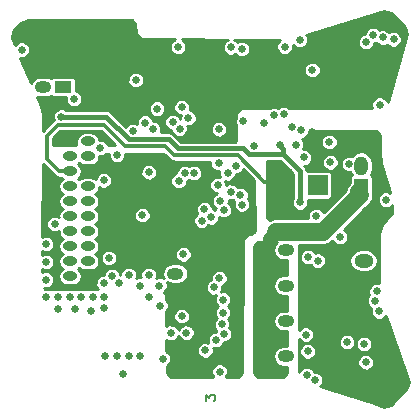
<source format=gbr>
G04 (created by PCBNEW (2013-07-07 BZR 4022)-stable) date 07/06/2014 15:45:14*
%MOIN*%
G04 Gerber Fmt 3.4, Leading zero omitted, Abs format*
%FSLAX34Y34*%
G01*
G70*
G90*
G04 APERTURE LIST*
%ADD10C,0.00590551*%
%ADD11C,0.007875*%
%ADD12C,0.0079*%
%ADD13O,0.063X0.0472*%
%ADD14R,0.0551X0.0394*%
%ADD15O,0.0551X0.0394*%
%ADD16O,0.0472X0.0315*%
%ADD17R,0.0472X0.0315*%
%ADD18R,0.0669X0.0669*%
%ADD19C,0.015*%
%ADD20R,0.0472X0.063*%
%ADD21O,0.0472X0.063*%
%ADD22C,0.025*%
%ADD23C,0.0591*%
%ADD24C,0.0394*%
%ADD25C,0.012*%
%ADD26C,0.015*%
%ADD27C,0.01*%
G04 APERTURE END LIST*
G54D10*
G54D11*
X15560Y-6404D02*
X15560Y-6209D01*
X15680Y-6314D01*
X15680Y-6269D01*
X15695Y-6239D01*
X15710Y-6224D01*
X15740Y-6209D01*
X15815Y-6209D01*
X15845Y-6224D01*
X15860Y-6239D01*
X15875Y-6269D01*
X15875Y-6359D01*
X15860Y-6389D01*
X15845Y-6404D01*
G54D12*
G54D13*
X20827Y-1732D03*
G54D14*
X10802Y4056D03*
G54D15*
X10144Y4056D03*
G54D14*
X17584Y-2559D03*
G54D15*
X18242Y-2559D03*
G54D14*
X15211Y-2165D03*
G54D15*
X14553Y-2165D03*
G54D14*
X17584Y-4921D03*
G54D15*
X18242Y-4921D03*
G54D14*
X17584Y-1378D03*
G54D15*
X18242Y-1378D03*
G54D14*
X17584Y-3740D03*
G54D15*
X18242Y-3740D03*
G54D16*
X11628Y2250D03*
X11628Y1750D03*
X11050Y2250D03*
X11050Y1750D03*
G54D17*
X11628Y-2250D03*
G54D16*
X11050Y-2250D03*
X11050Y-1750D03*
X11050Y-1250D03*
X11050Y-750D03*
X11050Y-250D03*
X11050Y250D03*
X11050Y750D03*
X11050Y1250D03*
X11628Y-1750D03*
X11628Y-1250D03*
X11628Y-750D03*
X11628Y-250D03*
X11628Y250D03*
X11628Y750D03*
X11628Y1250D03*
G54D18*
X19291Y787D03*
G54D19*
X19291Y787D03*
X19094Y590D03*
X19488Y590D03*
X19094Y984D03*
X19488Y984D03*
G54D20*
X20748Y690D03*
G54D21*
X20748Y1438D03*
G54D22*
X15738Y-292D03*
X15424Y-394D03*
X16560Y1429D03*
X15957Y788D03*
X16049Y254D03*
X16290Y1179D03*
X13232Y4291D03*
X14661Y929D03*
X16406Y5379D03*
X13138Y2594D03*
X18693Y5630D03*
X13807Y2646D03*
X10531Y-508D03*
X16720Y457D03*
X16409Y567D03*
X16161Y-47D03*
X15520Y-24D03*
X16768Y141D03*
X14690Y2671D03*
X19717Y1547D03*
X17177Y2084D03*
X18842Y1708D03*
X18577Y2131D03*
X14858Y1177D03*
X12606Y1803D03*
X15177Y1185D03*
X12043Y2031D03*
X13937Y3335D03*
X11169Y3661D03*
X16811Y2913D03*
X14461Y2894D03*
X18031Y2122D03*
X10748Y3071D03*
X18709Y213D03*
X15990Y1525D03*
X12165Y945D03*
X13450Y-215D03*
X16142Y-3031D03*
X16142Y-3465D03*
X16102Y-3858D03*
X15905Y-4370D03*
X16016Y-2323D03*
X16165Y-4173D03*
X15835Y-2622D03*
X20905Y5551D03*
X19122Y4622D03*
X14764Y3386D03*
X18193Y5402D03*
X13543Y2874D03*
X21142Y5787D03*
X18169Y3142D03*
X16000Y2650D03*
X14646Y5394D03*
X14988Y3020D03*
X21457Y5709D03*
X16760Y5327D03*
X10236Y-2953D03*
X12598Y-4921D03*
X18976Y-1614D03*
X10630Y-2953D03*
X12165Y-3307D03*
X19201Y-5713D03*
X16024Y-5433D03*
X12335Y-1646D03*
X18925Y-5539D03*
X10236Y-2362D03*
X14921Y-4134D03*
X11732Y-3425D03*
X11220Y-3346D03*
X14764Y-3583D03*
X15551Y-4724D03*
X14055Y-3228D03*
X13665Y1217D03*
X11024Y-2953D03*
X13386Y-4921D03*
X12677Y-2480D03*
X12441Y-2244D03*
X12992Y-2205D03*
X10236Y-1772D03*
X18898Y-4193D03*
X12165Y-2953D03*
X11811Y-2953D03*
X14819Y-1524D03*
X10236Y-1181D03*
X19291Y-1732D03*
X12205Y-4921D03*
X13661Y-2953D03*
X12992Y-4921D03*
X13386Y-2559D03*
X10630Y-3346D03*
X14016Y-2559D03*
X12795Y-5512D03*
X13661Y-2205D03*
X14409Y-4134D03*
X14134Y-5000D03*
X11417Y-2953D03*
X12165Y-2480D03*
X20276Y-4449D03*
X20354Y1496D03*
X20839Y-4512D03*
X19689Y2224D03*
X21220Y-3071D03*
X21339Y-3425D03*
X21260Y-2756D03*
X20039Y-945D03*
X17835Y3110D03*
X18740Y2614D03*
X18425Y2724D03*
X17520Y2870D03*
X19252Y-236D03*
X21362Y3474D03*
X13602Y1630D03*
X21575Y303D03*
X17126Y-748D03*
X14405Y-5433D03*
X20894Y-5118D03*
X10512Y945D03*
X16409Y-5063D03*
X21823Y5643D03*
X18961Y-4752D03*
X14441Y-890D03*
X12646Y-898D03*
X9433Y5307D03*
X12953Y2874D03*
X14291Y5394D03*
X17650Y5358D03*
X16830Y3878D03*
X20079Y5551D03*
X19724Y5630D03*
X16496Y3071D03*
X20315Y3661D03*
X13740Y3740D03*
X18335Y1220D03*
X19098Y2563D03*
X21299Y-4291D03*
X21575Y-79D03*
X21299Y-3898D03*
X20772Y-2697D03*
X18279Y583D03*
X18303Y906D03*
G54D23*
X19468Y-767D02*
X20571Y336D01*
X17895Y-767D02*
X19468Y-767D01*
G54D24*
X17663Y-2559D02*
X17663Y-3740D01*
G54D23*
X20571Y336D02*
X20709Y474D01*
G54D24*
X20571Y592D02*
X20748Y769D01*
X17663Y-1378D02*
X17663Y-2559D01*
G54D25*
X20748Y769D02*
X20709Y474D01*
G54D24*
X17663Y-3740D02*
X17663Y-4921D01*
X20571Y336D02*
X20571Y592D01*
X17895Y-767D02*
X17663Y-999D01*
X17663Y-1378D02*
X17663Y-999D01*
G54D26*
X18150Y2003D02*
X18031Y2122D01*
X18150Y1811D02*
X18150Y2003D01*
X17008Y1811D02*
X18150Y1811D01*
X18709Y1252D02*
X18709Y213D01*
X16811Y2008D02*
X17008Y1811D01*
X10748Y3071D02*
X12244Y3071D01*
X14645Y2008D02*
X16811Y2008D01*
X18150Y1811D02*
X18709Y1252D01*
X12992Y2323D02*
X14330Y2323D01*
X12244Y3071D02*
X12992Y2323D01*
X14330Y2323D02*
X14645Y2008D01*
G54D25*
X12167Y2794D02*
X12867Y2094D01*
X12167Y2795D02*
X12167Y2794D01*
X10630Y2795D02*
X12167Y2795D01*
G54D26*
X18303Y906D02*
X17914Y906D01*
G54D25*
X11089Y1250D02*
X10680Y1250D01*
X14512Y1783D02*
X16643Y1783D01*
X14201Y2094D02*
X14512Y1783D01*
X16643Y1783D02*
X17520Y906D01*
X10276Y1654D02*
X10276Y2441D01*
X10680Y1250D02*
X10276Y1654D01*
X17520Y906D02*
X17914Y906D01*
X12867Y2094D02*
X14201Y2094D01*
X10276Y2441D02*
X10630Y2795D01*
G54D10*
G36*
X12527Y2137D02*
X12296Y2137D01*
X12276Y2186D01*
X12198Y2263D01*
X12097Y2305D01*
X12010Y2306D01*
X11998Y2367D01*
X11931Y2467D01*
X11831Y2534D01*
X11714Y2557D01*
X11541Y2557D01*
X11424Y2534D01*
X11324Y2467D01*
X11257Y2367D01*
X11234Y2250D01*
X11256Y2137D01*
X10486Y2137D01*
X10486Y2354D01*
X10716Y2585D01*
X12079Y2585D01*
X12527Y2137D01*
X12527Y2137D01*
G37*
G54D27*
X12527Y2137D02*
X12296Y2137D01*
X12276Y2186D01*
X12198Y2263D01*
X12097Y2305D01*
X12010Y2306D01*
X11998Y2367D01*
X11931Y2467D01*
X11831Y2534D01*
X11714Y2557D01*
X11541Y2557D01*
X11424Y2534D01*
X11324Y2467D01*
X11257Y2367D01*
X11234Y2250D01*
X11256Y2137D01*
X10486Y2137D01*
X10486Y2354D01*
X10716Y2585D01*
X12079Y2585D01*
X12527Y2137D01*
G54D10*
G36*
X22267Y5833D02*
X22098Y5225D01*
X22098Y5697D01*
X22056Y5798D01*
X21978Y5875D01*
X21877Y5917D01*
X21768Y5918D01*
X21675Y5879D01*
X21612Y5941D01*
X21511Y5983D01*
X21402Y5984D01*
X21353Y5963D01*
X21297Y6019D01*
X21196Y6061D01*
X21087Y6062D01*
X20986Y6020D01*
X20909Y5942D01*
X20867Y5841D01*
X20867Y5826D01*
X20850Y5826D01*
X20749Y5784D01*
X20672Y5706D01*
X20630Y5605D01*
X20629Y5496D01*
X20671Y5395D01*
X20749Y5318D01*
X20850Y5276D01*
X20959Y5275D01*
X21060Y5317D01*
X21137Y5395D01*
X21179Y5496D01*
X21179Y5511D01*
X21196Y5511D01*
X21245Y5532D01*
X21301Y5476D01*
X21402Y5434D01*
X21511Y5433D01*
X21604Y5472D01*
X21667Y5410D01*
X21768Y5368D01*
X21877Y5367D01*
X21978Y5409D01*
X22055Y5487D01*
X22097Y5588D01*
X22098Y5697D01*
X22098Y5225D01*
X21629Y3547D01*
X21595Y3629D01*
X21517Y3706D01*
X21416Y3748D01*
X21307Y3749D01*
X21206Y3707D01*
X21129Y3629D01*
X21087Y3528D01*
X21086Y3419D01*
X21112Y3357D01*
X19397Y3357D01*
X19397Y4676D01*
X19355Y4777D01*
X19277Y4854D01*
X19176Y4896D01*
X19067Y4897D01*
X18966Y4855D01*
X18889Y4777D01*
X18847Y4676D01*
X18846Y4567D01*
X18888Y4466D01*
X18966Y4389D01*
X19067Y4347D01*
X19176Y4346D01*
X19277Y4388D01*
X19354Y4466D01*
X19396Y4567D01*
X19397Y4676D01*
X19397Y3357D01*
X18342Y3357D01*
X18324Y3374D01*
X18223Y3416D01*
X18114Y3417D01*
X18013Y3375D01*
X17995Y3357D01*
X17957Y3357D01*
X17889Y3384D01*
X17780Y3385D01*
X17712Y3357D01*
X16750Y3357D01*
X16564Y3170D01*
X16564Y3035D01*
X16536Y2967D01*
X16535Y2858D01*
X16564Y2790D01*
X16564Y2264D01*
X16532Y2233D01*
X16275Y2233D01*
X16275Y2704D01*
X16233Y2805D01*
X16155Y2882D01*
X16054Y2924D01*
X15945Y2925D01*
X15844Y2883D01*
X15767Y2805D01*
X15725Y2704D01*
X15724Y2595D01*
X15766Y2494D01*
X15844Y2417D01*
X15945Y2375D01*
X16054Y2374D01*
X16155Y2416D01*
X16232Y2494D01*
X16274Y2595D01*
X16275Y2704D01*
X16275Y2233D01*
X15263Y2233D01*
X15263Y3074D01*
X15221Y3175D01*
X15143Y3252D01*
X15042Y3294D01*
X15023Y3294D01*
X15038Y3331D01*
X15039Y3440D01*
X14997Y3541D01*
X14919Y3618D01*
X14818Y3660D01*
X14709Y3661D01*
X14608Y3619D01*
X14531Y3541D01*
X14489Y3440D01*
X14488Y3331D01*
X14530Y3230D01*
X14608Y3153D01*
X14709Y3111D01*
X14728Y3111D01*
X14713Y3074D01*
X14712Y3004D01*
X14694Y3049D01*
X14616Y3126D01*
X14515Y3168D01*
X14406Y3169D01*
X14305Y3127D01*
X14228Y3049D01*
X14212Y3011D01*
X14212Y3389D01*
X14170Y3490D01*
X14092Y3567D01*
X13991Y3609D01*
X13882Y3610D01*
X13781Y3568D01*
X13704Y3490D01*
X13662Y3389D01*
X13661Y3280D01*
X13703Y3179D01*
X13781Y3102D01*
X13882Y3060D01*
X13991Y3059D01*
X14092Y3101D01*
X14169Y3179D01*
X14211Y3280D01*
X14212Y3389D01*
X14212Y3011D01*
X14186Y2948D01*
X14185Y2839D01*
X14227Y2738D01*
X14305Y2661D01*
X14406Y2619D01*
X14414Y2619D01*
X14414Y2616D01*
X14456Y2515D01*
X14534Y2438D01*
X14635Y2396D01*
X14744Y2395D01*
X14845Y2437D01*
X14922Y2515D01*
X14964Y2616D01*
X14965Y2725D01*
X14956Y2745D01*
X15042Y2744D01*
X15143Y2786D01*
X15220Y2864D01*
X15262Y2965D01*
X15263Y3074D01*
X15263Y2233D01*
X14738Y2233D01*
X14489Y2482D01*
X14416Y2530D01*
X14401Y2533D01*
X14330Y2548D01*
X14329Y2548D01*
X14064Y2548D01*
X14081Y2591D01*
X14082Y2700D01*
X14040Y2801D01*
X13962Y2878D01*
X13861Y2920D01*
X13818Y2920D01*
X13818Y2928D01*
X13776Y3029D01*
X13698Y3106D01*
X13597Y3148D01*
X13507Y3149D01*
X13507Y4345D01*
X13465Y4446D01*
X13387Y4523D01*
X13286Y4565D01*
X13177Y4566D01*
X13076Y4524D01*
X12999Y4446D01*
X12957Y4345D01*
X12956Y4236D01*
X12998Y4135D01*
X13076Y4058D01*
X13177Y4016D01*
X13286Y4015D01*
X13387Y4057D01*
X13464Y4135D01*
X13506Y4236D01*
X13507Y4345D01*
X13507Y3149D01*
X13488Y3149D01*
X13387Y3107D01*
X13310Y3029D01*
X13268Y2928D01*
X13267Y2837D01*
X13192Y2868D01*
X13083Y2869D01*
X12982Y2827D01*
X12905Y2749D01*
X12898Y2734D01*
X12403Y3230D01*
X12330Y3278D01*
X12315Y3281D01*
X12244Y3296D01*
X12243Y3296D01*
X10911Y3296D01*
X10903Y3303D01*
X10802Y3345D01*
X10693Y3346D01*
X10592Y3304D01*
X10515Y3226D01*
X10473Y3125D01*
X10472Y3016D01*
X10498Y2954D01*
X10481Y2943D01*
X10129Y2590D01*
X10129Y3116D01*
X10064Y3427D01*
X9932Y3733D01*
X10057Y3709D01*
X10230Y3709D01*
X10363Y3735D01*
X10408Y3765D01*
X10441Y3731D01*
X10496Y3709D01*
X10556Y3708D01*
X10894Y3708D01*
X10893Y3606D01*
X10935Y3505D01*
X11013Y3428D01*
X11114Y3386D01*
X11223Y3385D01*
X11324Y3427D01*
X11401Y3505D01*
X11443Y3606D01*
X11444Y3715D01*
X11402Y3816D01*
X11324Y3893D01*
X11227Y3934D01*
X11227Y4282D01*
X11204Y4337D01*
X11162Y4380D01*
X11107Y4402D01*
X11047Y4403D01*
X10496Y4403D01*
X10441Y4380D01*
X10408Y4346D01*
X10363Y4376D01*
X10230Y4403D01*
X10057Y4403D01*
X9924Y4376D01*
X9811Y4301D01*
X9736Y4188D01*
X9736Y4188D01*
X9372Y5034D01*
X9378Y5032D01*
X9487Y5031D01*
X9588Y5073D01*
X9665Y5151D01*
X9707Y5252D01*
X9708Y5361D01*
X9666Y5462D01*
X9588Y5539D01*
X9487Y5581D01*
X9378Y5582D01*
X9277Y5540D01*
X9200Y5462D01*
X9193Y5448D01*
X9090Y5688D01*
X9133Y5913D01*
X9405Y6185D01*
X9654Y6289D01*
X13090Y6289D01*
X13221Y6160D01*
X13229Y5833D01*
X13418Y5647D01*
X14530Y5643D01*
X14490Y5627D01*
X14413Y5549D01*
X14371Y5448D01*
X14370Y5339D01*
X14412Y5238D01*
X14490Y5161D01*
X14591Y5119D01*
X14700Y5118D01*
X14801Y5160D01*
X14878Y5238D01*
X14920Y5339D01*
X14921Y5448D01*
X14879Y5549D01*
X14801Y5626D01*
X14763Y5643D01*
X16312Y5637D01*
X16250Y5612D01*
X16173Y5534D01*
X16131Y5433D01*
X16130Y5324D01*
X16172Y5223D01*
X16250Y5146D01*
X16351Y5104D01*
X16460Y5103D01*
X16555Y5143D01*
X16604Y5094D01*
X16705Y5052D01*
X16814Y5051D01*
X16915Y5093D01*
X16992Y5171D01*
X17034Y5272D01*
X17035Y5381D01*
X16993Y5482D01*
X16915Y5559D01*
X16814Y5601D01*
X16705Y5602D01*
X16610Y5562D01*
X16561Y5611D01*
X16501Y5637D01*
X18034Y5632D01*
X17960Y5557D01*
X17918Y5456D01*
X17917Y5347D01*
X17959Y5246D01*
X18037Y5169D01*
X18138Y5127D01*
X18247Y5126D01*
X18348Y5168D01*
X18425Y5246D01*
X18467Y5347D01*
X18468Y5456D01*
X18461Y5472D01*
X18537Y5397D01*
X18638Y5355D01*
X18747Y5354D01*
X18848Y5396D01*
X18925Y5474D01*
X18967Y5575D01*
X18968Y5684D01*
X18926Y5785D01*
X18915Y5796D01*
X21505Y6594D01*
X21739Y6536D01*
X22206Y6069D01*
X22267Y5833D01*
X22267Y5833D01*
G37*
G54D27*
X22267Y5833D02*
X22098Y5225D01*
X22098Y5697D01*
X22056Y5798D01*
X21978Y5875D01*
X21877Y5917D01*
X21768Y5918D01*
X21675Y5879D01*
X21612Y5941D01*
X21511Y5983D01*
X21402Y5984D01*
X21353Y5963D01*
X21297Y6019D01*
X21196Y6061D01*
X21087Y6062D01*
X20986Y6020D01*
X20909Y5942D01*
X20867Y5841D01*
X20867Y5826D01*
X20850Y5826D01*
X20749Y5784D01*
X20672Y5706D01*
X20630Y5605D01*
X20629Y5496D01*
X20671Y5395D01*
X20749Y5318D01*
X20850Y5276D01*
X20959Y5275D01*
X21060Y5317D01*
X21137Y5395D01*
X21179Y5496D01*
X21179Y5511D01*
X21196Y5511D01*
X21245Y5532D01*
X21301Y5476D01*
X21402Y5434D01*
X21511Y5433D01*
X21604Y5472D01*
X21667Y5410D01*
X21768Y5368D01*
X21877Y5367D01*
X21978Y5409D01*
X22055Y5487D01*
X22097Y5588D01*
X22098Y5697D01*
X22098Y5225D01*
X21629Y3547D01*
X21595Y3629D01*
X21517Y3706D01*
X21416Y3748D01*
X21307Y3749D01*
X21206Y3707D01*
X21129Y3629D01*
X21087Y3528D01*
X21086Y3419D01*
X21112Y3357D01*
X19397Y3357D01*
X19397Y4676D01*
X19355Y4777D01*
X19277Y4854D01*
X19176Y4896D01*
X19067Y4897D01*
X18966Y4855D01*
X18889Y4777D01*
X18847Y4676D01*
X18846Y4567D01*
X18888Y4466D01*
X18966Y4389D01*
X19067Y4347D01*
X19176Y4346D01*
X19277Y4388D01*
X19354Y4466D01*
X19396Y4567D01*
X19397Y4676D01*
X19397Y3357D01*
X18342Y3357D01*
X18324Y3374D01*
X18223Y3416D01*
X18114Y3417D01*
X18013Y3375D01*
X17995Y3357D01*
X17957Y3357D01*
X17889Y3384D01*
X17780Y3385D01*
X17712Y3357D01*
X16750Y3357D01*
X16564Y3170D01*
X16564Y3035D01*
X16536Y2967D01*
X16535Y2858D01*
X16564Y2790D01*
X16564Y2264D01*
X16532Y2233D01*
X16275Y2233D01*
X16275Y2704D01*
X16233Y2805D01*
X16155Y2882D01*
X16054Y2924D01*
X15945Y2925D01*
X15844Y2883D01*
X15767Y2805D01*
X15725Y2704D01*
X15724Y2595D01*
X15766Y2494D01*
X15844Y2417D01*
X15945Y2375D01*
X16054Y2374D01*
X16155Y2416D01*
X16232Y2494D01*
X16274Y2595D01*
X16275Y2704D01*
X16275Y2233D01*
X15263Y2233D01*
X15263Y3074D01*
X15221Y3175D01*
X15143Y3252D01*
X15042Y3294D01*
X15023Y3294D01*
X15038Y3331D01*
X15039Y3440D01*
X14997Y3541D01*
X14919Y3618D01*
X14818Y3660D01*
X14709Y3661D01*
X14608Y3619D01*
X14531Y3541D01*
X14489Y3440D01*
X14488Y3331D01*
X14530Y3230D01*
X14608Y3153D01*
X14709Y3111D01*
X14728Y3111D01*
X14713Y3074D01*
X14712Y3004D01*
X14694Y3049D01*
X14616Y3126D01*
X14515Y3168D01*
X14406Y3169D01*
X14305Y3127D01*
X14228Y3049D01*
X14212Y3011D01*
X14212Y3389D01*
X14170Y3490D01*
X14092Y3567D01*
X13991Y3609D01*
X13882Y3610D01*
X13781Y3568D01*
X13704Y3490D01*
X13662Y3389D01*
X13661Y3280D01*
X13703Y3179D01*
X13781Y3102D01*
X13882Y3060D01*
X13991Y3059D01*
X14092Y3101D01*
X14169Y3179D01*
X14211Y3280D01*
X14212Y3389D01*
X14212Y3011D01*
X14186Y2948D01*
X14185Y2839D01*
X14227Y2738D01*
X14305Y2661D01*
X14406Y2619D01*
X14414Y2619D01*
X14414Y2616D01*
X14456Y2515D01*
X14534Y2438D01*
X14635Y2396D01*
X14744Y2395D01*
X14845Y2437D01*
X14922Y2515D01*
X14964Y2616D01*
X14965Y2725D01*
X14956Y2745D01*
X15042Y2744D01*
X15143Y2786D01*
X15220Y2864D01*
X15262Y2965D01*
X15263Y3074D01*
X15263Y2233D01*
X14738Y2233D01*
X14489Y2482D01*
X14416Y2530D01*
X14401Y2533D01*
X14330Y2548D01*
X14329Y2548D01*
X14064Y2548D01*
X14081Y2591D01*
X14082Y2700D01*
X14040Y2801D01*
X13962Y2878D01*
X13861Y2920D01*
X13818Y2920D01*
X13818Y2928D01*
X13776Y3029D01*
X13698Y3106D01*
X13597Y3148D01*
X13507Y3149D01*
X13507Y4345D01*
X13465Y4446D01*
X13387Y4523D01*
X13286Y4565D01*
X13177Y4566D01*
X13076Y4524D01*
X12999Y4446D01*
X12957Y4345D01*
X12956Y4236D01*
X12998Y4135D01*
X13076Y4058D01*
X13177Y4016D01*
X13286Y4015D01*
X13387Y4057D01*
X13464Y4135D01*
X13506Y4236D01*
X13507Y4345D01*
X13507Y3149D01*
X13488Y3149D01*
X13387Y3107D01*
X13310Y3029D01*
X13268Y2928D01*
X13267Y2837D01*
X13192Y2868D01*
X13083Y2869D01*
X12982Y2827D01*
X12905Y2749D01*
X12898Y2734D01*
X12403Y3230D01*
X12330Y3278D01*
X12315Y3281D01*
X12244Y3296D01*
X12243Y3296D01*
X10911Y3296D01*
X10903Y3303D01*
X10802Y3345D01*
X10693Y3346D01*
X10592Y3304D01*
X10515Y3226D01*
X10473Y3125D01*
X10472Y3016D01*
X10498Y2954D01*
X10481Y2943D01*
X10129Y2590D01*
X10129Y3116D01*
X10064Y3427D01*
X9932Y3733D01*
X10057Y3709D01*
X10230Y3709D01*
X10363Y3735D01*
X10408Y3765D01*
X10441Y3731D01*
X10496Y3709D01*
X10556Y3708D01*
X10894Y3708D01*
X10893Y3606D01*
X10935Y3505D01*
X11013Y3428D01*
X11114Y3386D01*
X11223Y3385D01*
X11324Y3427D01*
X11401Y3505D01*
X11443Y3606D01*
X11444Y3715D01*
X11402Y3816D01*
X11324Y3893D01*
X11227Y3934D01*
X11227Y4282D01*
X11204Y4337D01*
X11162Y4380D01*
X11107Y4402D01*
X11047Y4403D01*
X10496Y4403D01*
X10441Y4380D01*
X10408Y4346D01*
X10363Y4376D01*
X10230Y4403D01*
X10057Y4403D01*
X9924Y4376D01*
X9811Y4301D01*
X9736Y4188D01*
X9736Y4188D01*
X9372Y5034D01*
X9378Y5032D01*
X9487Y5031D01*
X9588Y5073D01*
X9665Y5151D01*
X9707Y5252D01*
X9708Y5361D01*
X9666Y5462D01*
X9588Y5539D01*
X9487Y5581D01*
X9378Y5582D01*
X9277Y5540D01*
X9200Y5462D01*
X9193Y5448D01*
X9090Y5688D01*
X9133Y5913D01*
X9405Y6185D01*
X9654Y6289D01*
X13090Y6289D01*
X13221Y6160D01*
X13229Y5833D01*
X13418Y5647D01*
X14530Y5643D01*
X14490Y5627D01*
X14413Y5549D01*
X14371Y5448D01*
X14370Y5339D01*
X14412Y5238D01*
X14490Y5161D01*
X14591Y5119D01*
X14700Y5118D01*
X14801Y5160D01*
X14878Y5238D01*
X14920Y5339D01*
X14921Y5448D01*
X14879Y5549D01*
X14801Y5626D01*
X14763Y5643D01*
X16312Y5637D01*
X16250Y5612D01*
X16173Y5534D01*
X16131Y5433D01*
X16130Y5324D01*
X16172Y5223D01*
X16250Y5146D01*
X16351Y5104D01*
X16460Y5103D01*
X16555Y5143D01*
X16604Y5094D01*
X16705Y5052D01*
X16814Y5051D01*
X16915Y5093D01*
X16992Y5171D01*
X17034Y5272D01*
X17035Y5381D01*
X16993Y5482D01*
X16915Y5559D01*
X16814Y5601D01*
X16705Y5602D01*
X16610Y5562D01*
X16561Y5611D01*
X16501Y5637D01*
X18034Y5632D01*
X17960Y5557D01*
X17918Y5456D01*
X17917Y5347D01*
X17959Y5246D01*
X18037Y5169D01*
X18138Y5127D01*
X18247Y5126D01*
X18348Y5168D01*
X18425Y5246D01*
X18467Y5347D01*
X18468Y5456D01*
X18461Y5472D01*
X18537Y5397D01*
X18638Y5355D01*
X18747Y5354D01*
X18848Y5396D01*
X18925Y5474D01*
X18967Y5575D01*
X18968Y5684D01*
X18926Y5785D01*
X18915Y5796D01*
X21505Y6594D01*
X21739Y6536D01*
X22206Y6069D01*
X22267Y5833D01*
G54D10*
G36*
X17191Y-728D02*
X17066Y-856D01*
X16986Y-856D01*
X16798Y-1041D01*
X16762Y-5491D01*
X16633Y-5619D01*
X16440Y-5619D01*
X16440Y-4118D01*
X16398Y-4017D01*
X16352Y-3971D01*
X16376Y-3912D01*
X16377Y-3803D01*
X16335Y-3702D01*
X16314Y-3681D01*
X16374Y-3620D01*
X16416Y-3519D01*
X16417Y-3410D01*
X16375Y-3309D01*
X16313Y-3247D01*
X16374Y-3186D01*
X16416Y-3085D01*
X16417Y-2976D01*
X16375Y-2875D01*
X16297Y-2798D01*
X16196Y-2756D01*
X16087Y-2755D01*
X16074Y-2761D01*
X16109Y-2676D01*
X16110Y-2581D01*
X16171Y-2556D01*
X16248Y-2478D01*
X16290Y-2377D01*
X16291Y-2268D01*
X16249Y-2167D01*
X16171Y-2090D01*
X16070Y-2048D01*
X15961Y-2047D01*
X15860Y-2089D01*
X15783Y-2167D01*
X15741Y-2268D01*
X15740Y-2363D01*
X15679Y-2388D01*
X15602Y-2466D01*
X15560Y-2567D01*
X15559Y-2676D01*
X15601Y-2777D01*
X15679Y-2854D01*
X15780Y-2896D01*
X15889Y-2897D01*
X15902Y-2891D01*
X15867Y-2976D01*
X15866Y-3085D01*
X15908Y-3186D01*
X15970Y-3248D01*
X15909Y-3309D01*
X15867Y-3410D01*
X15866Y-3519D01*
X15908Y-3620D01*
X15929Y-3641D01*
X15869Y-3702D01*
X15827Y-3803D01*
X15826Y-3912D01*
X15868Y-4013D01*
X15914Y-4059D01*
X15899Y-4094D01*
X15850Y-4094D01*
X15749Y-4136D01*
X15672Y-4214D01*
X15630Y-4315D01*
X15629Y-4424D01*
X15647Y-4466D01*
X15605Y-4449D01*
X15496Y-4448D01*
X15395Y-4490D01*
X15318Y-4568D01*
X15276Y-4669D01*
X15275Y-4778D01*
X15317Y-4879D01*
X15395Y-4956D01*
X15496Y-4998D01*
X15605Y-4999D01*
X15706Y-4957D01*
X15783Y-4879D01*
X15825Y-4778D01*
X15826Y-4669D01*
X15808Y-4627D01*
X15850Y-4644D01*
X15959Y-4645D01*
X16060Y-4603D01*
X16137Y-4525D01*
X16170Y-4448D01*
X16219Y-4448D01*
X16320Y-4406D01*
X16397Y-4328D01*
X16439Y-4227D01*
X16440Y-4118D01*
X16440Y-5619D01*
X16226Y-5619D01*
X16256Y-5588D01*
X16298Y-5487D01*
X16299Y-5378D01*
X16257Y-5277D01*
X16179Y-5200D01*
X16078Y-5158D01*
X15969Y-5157D01*
X15868Y-5199D01*
X15791Y-5277D01*
X15749Y-5378D01*
X15748Y-5487D01*
X15790Y-5588D01*
X15821Y-5619D01*
X14390Y-5619D01*
X14260Y-5490D01*
X14257Y-5246D01*
X14289Y-5233D01*
X14366Y-5155D01*
X14408Y-5054D01*
X14409Y-4945D01*
X14367Y-4844D01*
X14289Y-4767D01*
X14250Y-4750D01*
X14245Y-4359D01*
X14253Y-4366D01*
X14354Y-4408D01*
X14463Y-4409D01*
X14564Y-4367D01*
X14641Y-4289D01*
X14665Y-4234D01*
X14687Y-4289D01*
X14765Y-4366D01*
X14866Y-4408D01*
X14975Y-4409D01*
X15076Y-4367D01*
X15153Y-4289D01*
X15195Y-4188D01*
X15196Y-4079D01*
X15154Y-3978D01*
X15094Y-3918D01*
X15094Y-1469D01*
X15052Y-1368D01*
X14974Y-1291D01*
X14873Y-1249D01*
X14764Y-1248D01*
X14663Y-1290D01*
X14586Y-1368D01*
X14544Y-1469D01*
X14543Y-1578D01*
X14585Y-1679D01*
X14663Y-1756D01*
X14764Y-1798D01*
X14873Y-1799D01*
X14974Y-1757D01*
X15051Y-1679D01*
X15093Y-1578D01*
X15094Y-1469D01*
X15094Y-3918D01*
X15076Y-3901D01*
X15039Y-3885D01*
X15039Y-3528D01*
X14997Y-3427D01*
X14919Y-3350D01*
X14818Y-3308D01*
X14709Y-3307D01*
X14608Y-3349D01*
X14531Y-3427D01*
X14489Y-3528D01*
X14488Y-3637D01*
X14530Y-3738D01*
X14608Y-3815D01*
X14709Y-3857D01*
X14818Y-3858D01*
X14919Y-3816D01*
X14996Y-3738D01*
X15038Y-3637D01*
X15039Y-3528D01*
X15039Y-3885D01*
X14975Y-3859D01*
X14866Y-3858D01*
X14765Y-3900D01*
X14688Y-3978D01*
X14664Y-4033D01*
X14642Y-3978D01*
X14564Y-3901D01*
X14463Y-3859D01*
X14354Y-3858D01*
X14253Y-3900D01*
X14239Y-3914D01*
X14232Y-3439D01*
X14287Y-3383D01*
X14329Y-3282D01*
X14330Y-3173D01*
X14288Y-3072D01*
X14226Y-3011D01*
X14224Y-2852D01*
X14165Y-2794D01*
X14171Y-2792D01*
X14248Y-2714D01*
X14290Y-2613D01*
X14291Y-2504D01*
X14264Y-2439D01*
X14333Y-2485D01*
X14466Y-2512D01*
X14639Y-2512D01*
X14772Y-2485D01*
X14885Y-2410D01*
X14960Y-2297D01*
X14986Y-2165D01*
X14960Y-2032D01*
X14885Y-1919D01*
X14772Y-1844D01*
X14639Y-1818D01*
X14466Y-1818D01*
X14333Y-1844D01*
X14220Y-1919D01*
X14145Y-2032D01*
X14119Y-2165D01*
X14145Y-2297D01*
X14161Y-2321D01*
X14070Y-2284D01*
X13961Y-2283D01*
X13940Y-2292D01*
X13940Y1271D01*
X13898Y1372D01*
X13820Y1449D01*
X13719Y1491D01*
X13610Y1492D01*
X13509Y1450D01*
X13432Y1372D01*
X13390Y1271D01*
X13389Y1162D01*
X13431Y1061D01*
X13509Y984D01*
X13610Y942D01*
X13719Y941D01*
X13820Y983D01*
X13897Y1061D01*
X13939Y1162D01*
X13940Y1271D01*
X13940Y-2292D01*
X13918Y-2301D01*
X13935Y-2259D01*
X13936Y-2150D01*
X13894Y-2049D01*
X13816Y-1972D01*
X13725Y-1933D01*
X13725Y-160D01*
X13683Y-59D01*
X13605Y17D01*
X13504Y59D01*
X13395Y60D01*
X13294Y18D01*
X13217Y-59D01*
X13175Y-160D01*
X13174Y-269D01*
X13216Y-370D01*
X13294Y-447D01*
X13395Y-489D01*
X13504Y-490D01*
X13605Y-448D01*
X13682Y-370D01*
X13724Y-269D01*
X13725Y-160D01*
X13725Y-1933D01*
X13715Y-1930D01*
X13606Y-1929D01*
X13505Y-1971D01*
X13428Y-2049D01*
X13386Y-2150D01*
X13385Y-2259D01*
X13396Y-2284D01*
X13331Y-2283D01*
X13241Y-2321D01*
X13266Y-2259D01*
X13267Y-2150D01*
X13225Y-2049D01*
X13147Y-1972D01*
X13046Y-1930D01*
X12937Y-1929D01*
X12836Y-1971D01*
X12759Y-2049D01*
X12717Y-2150D01*
X12716Y-2205D01*
X12716Y-2205D01*
X12716Y-2189D01*
X12674Y-2088D01*
X12610Y-2024D01*
X12610Y-1591D01*
X12568Y-1490D01*
X12490Y-1413D01*
X12389Y-1371D01*
X12280Y-1370D01*
X12179Y-1412D01*
X12102Y-1490D01*
X12060Y-1591D01*
X12059Y-1700D01*
X12101Y-1801D01*
X12179Y-1878D01*
X12280Y-1920D01*
X12389Y-1921D01*
X12490Y-1879D01*
X12567Y-1801D01*
X12609Y-1700D01*
X12610Y-1591D01*
X12610Y-2024D01*
X12596Y-2011D01*
X12495Y-1969D01*
X12386Y-1968D01*
X12285Y-2010D01*
X12208Y-2088D01*
X12166Y-2189D01*
X12166Y-2205D01*
X12110Y-2204D01*
X12009Y-2246D01*
X11932Y-2324D01*
X11890Y-2425D01*
X11889Y-2534D01*
X11931Y-2635D01*
X11963Y-2667D01*
X10216Y-2667D01*
X10187Y-2636D01*
X10290Y-2637D01*
X10391Y-2595D01*
X10468Y-2517D01*
X10510Y-2416D01*
X10511Y-2307D01*
X10469Y-2206D01*
X10391Y-2129D01*
X10290Y-2087D01*
X10181Y-2086D01*
X10094Y-2122D01*
X10095Y-2011D01*
X10181Y-2046D01*
X10290Y-2047D01*
X10391Y-2005D01*
X10468Y-1927D01*
X10510Y-1826D01*
X10511Y-1717D01*
X10469Y-1616D01*
X10391Y-1539D01*
X10290Y-1497D01*
X10181Y-1496D01*
X10099Y-1530D01*
X10100Y-1422D01*
X10181Y-1455D01*
X10290Y-1456D01*
X10391Y-1414D01*
X10468Y-1336D01*
X10510Y-1235D01*
X10511Y-1126D01*
X10469Y-1025D01*
X10391Y-948D01*
X10290Y-906D01*
X10181Y-905D01*
X10105Y-937D01*
X10127Y1505D01*
X10531Y1101D01*
X10531Y1101D01*
X10572Y1074D01*
X10599Y1055D01*
X10599Y1055D01*
X10680Y1040D01*
X10741Y1040D01*
X10746Y1032D01*
X10795Y1000D01*
X10746Y967D01*
X10679Y867D01*
X10656Y750D01*
X10679Y632D01*
X10746Y532D01*
X10795Y500D01*
X10746Y467D01*
X10679Y367D01*
X10656Y250D01*
X10679Y132D01*
X10746Y32D01*
X10795Y0D01*
X10746Y-32D01*
X10679Y-132D01*
X10656Y-250D01*
X10659Y-263D01*
X10585Y-233D01*
X10476Y-232D01*
X10375Y-274D01*
X10298Y-352D01*
X10256Y-453D01*
X10255Y-562D01*
X10297Y-663D01*
X10375Y-740D01*
X10476Y-782D01*
X10585Y-783D01*
X10657Y-753D01*
X10679Y-867D01*
X10746Y-967D01*
X10795Y-1000D01*
X10746Y-1032D01*
X10679Y-1132D01*
X10656Y-1250D01*
X10679Y-1367D01*
X10746Y-1467D01*
X10795Y-1500D01*
X10746Y-1532D01*
X10679Y-1632D01*
X10656Y-1750D01*
X10679Y-1867D01*
X10746Y-1967D01*
X10795Y-2000D01*
X10746Y-2032D01*
X10679Y-2132D01*
X10656Y-2250D01*
X10679Y-2367D01*
X10746Y-2467D01*
X10846Y-2534D01*
X10963Y-2557D01*
X11136Y-2557D01*
X11253Y-2534D01*
X11353Y-2467D01*
X11420Y-2367D01*
X11443Y-2250D01*
X11420Y-2132D01*
X11353Y-2032D01*
X11304Y-2000D01*
X11339Y-1977D01*
X11424Y-2034D01*
X11541Y-2057D01*
X11714Y-2057D01*
X11831Y-2034D01*
X11931Y-1967D01*
X11998Y-1867D01*
X12021Y-1750D01*
X11998Y-1632D01*
X11931Y-1532D01*
X11882Y-1500D01*
X11931Y-1467D01*
X11998Y-1367D01*
X12021Y-1250D01*
X11998Y-1132D01*
X11931Y-1032D01*
X11882Y-1000D01*
X11931Y-967D01*
X11998Y-867D01*
X12021Y-750D01*
X11998Y-632D01*
X11931Y-532D01*
X11882Y-500D01*
X11931Y-467D01*
X11998Y-367D01*
X12021Y-250D01*
X11998Y-132D01*
X11931Y-32D01*
X11882Y0D01*
X11931Y32D01*
X11998Y132D01*
X12021Y250D01*
X11998Y367D01*
X11931Y467D01*
X11882Y500D01*
X11931Y532D01*
X11998Y632D01*
X12013Y710D01*
X12110Y670D01*
X12219Y669D01*
X12320Y711D01*
X12397Y789D01*
X12439Y890D01*
X12440Y999D01*
X12398Y1100D01*
X12320Y1177D01*
X12219Y1219D01*
X12110Y1220D01*
X12009Y1178D01*
X11932Y1100D01*
X11890Y999D01*
X11890Y995D01*
X11831Y1034D01*
X11714Y1057D01*
X11541Y1057D01*
X11424Y1034D01*
X11339Y977D01*
X11304Y1000D01*
X11353Y1032D01*
X11420Y1132D01*
X11443Y1250D01*
X11420Y1367D01*
X11353Y1467D01*
X11304Y1500D01*
X11339Y1522D01*
X11424Y1465D01*
X11541Y1442D01*
X11714Y1442D01*
X11831Y1465D01*
X11931Y1532D01*
X11998Y1632D01*
X12021Y1750D01*
X12020Y1756D01*
X12097Y1755D01*
X12198Y1797D01*
X12240Y1840D01*
X12331Y1840D01*
X12330Y1748D01*
X12372Y1647D01*
X12450Y1570D01*
X12551Y1528D01*
X12660Y1527D01*
X12761Y1569D01*
X12838Y1647D01*
X12880Y1748D01*
X12881Y1840D01*
X14152Y1840D01*
X14216Y1775D01*
X14310Y1682D01*
X14316Y1682D01*
X14363Y1634D01*
X14363Y1634D01*
X14431Y1588D01*
X14431Y1588D01*
X14496Y1576D01*
X14511Y1573D01*
X14511Y1573D01*
X14512Y1573D01*
X15715Y1573D01*
X15714Y1470D01*
X15756Y1369D01*
X15834Y1292D01*
X15935Y1250D01*
X16021Y1249D01*
X16015Y1233D01*
X16014Y1124D01*
X16046Y1048D01*
X16011Y1062D01*
X15902Y1063D01*
X15801Y1021D01*
X15724Y943D01*
X15682Y842D01*
X15681Y733D01*
X15723Y632D01*
X15801Y555D01*
X15902Y513D01*
X15955Y513D01*
X15893Y487D01*
X15816Y409D01*
X15774Y308D01*
X15773Y199D01*
X15815Y98D01*
X15891Y22D01*
X15886Y7D01*
X15885Y-55D01*
X15795Y-17D01*
X15795Y30D01*
X15753Y131D01*
X15675Y208D01*
X15574Y250D01*
X15465Y251D01*
X15452Y245D01*
X15452Y1239D01*
X15410Y1340D01*
X15332Y1417D01*
X15231Y1459D01*
X15122Y1460D01*
X15021Y1418D01*
X15013Y1410D01*
X14912Y1451D01*
X14803Y1452D01*
X14702Y1410D01*
X14625Y1332D01*
X14583Y1231D01*
X14583Y1194D01*
X14505Y1162D01*
X14428Y1084D01*
X14386Y983D01*
X14385Y874D01*
X14427Y773D01*
X14505Y696D01*
X14606Y654D01*
X14715Y653D01*
X14816Y695D01*
X14893Y773D01*
X14935Y874D01*
X14935Y911D01*
X15013Y943D01*
X15021Y951D01*
X15122Y910D01*
X15231Y909D01*
X15332Y951D01*
X15409Y1029D01*
X15451Y1130D01*
X15452Y1239D01*
X15452Y245D01*
X15364Y209D01*
X15287Y131D01*
X15245Y30D01*
X15244Y-78D01*
X15277Y-157D01*
X15268Y-160D01*
X15191Y-238D01*
X15149Y-339D01*
X15148Y-448D01*
X15190Y-549D01*
X15268Y-626D01*
X15369Y-668D01*
X15478Y-669D01*
X15579Y-627D01*
X15652Y-554D01*
X15683Y-566D01*
X15792Y-567D01*
X15893Y-525D01*
X15970Y-447D01*
X16012Y-346D01*
X16013Y-283D01*
X16106Y-321D01*
X16215Y-322D01*
X16316Y-280D01*
X16393Y-202D01*
X16435Y-101D01*
X16436Y7D01*
X16394Y108D01*
X16318Y184D01*
X16323Y199D01*
X16324Y304D01*
X16354Y292D01*
X16463Y291D01*
X16486Y301D01*
X16486Y301D01*
X16522Y265D01*
X16493Y195D01*
X16492Y86D01*
X16534Y-14D01*
X16612Y-91D01*
X16713Y-133D01*
X16822Y-134D01*
X16923Y-92D01*
X17000Y-14D01*
X17042Y86D01*
X17043Y195D01*
X17001Y296D01*
X16965Y332D01*
X16994Y402D01*
X16995Y511D01*
X16953Y612D01*
X16875Y689D01*
X16774Y731D01*
X16665Y732D01*
X16642Y722D01*
X16642Y722D01*
X16564Y799D01*
X16463Y841D01*
X16354Y842D01*
X16253Y800D01*
X16231Y778D01*
X16232Y842D01*
X16200Y918D01*
X16235Y904D01*
X16344Y903D01*
X16445Y945D01*
X16522Y1023D01*
X16564Y1124D01*
X16564Y1153D01*
X16614Y1153D01*
X16715Y1195D01*
X16792Y1273D01*
X16811Y1317D01*
X17166Y962D01*
X17191Y-728D01*
X17191Y-728D01*
G37*
G54D27*
X17191Y-728D02*
X17066Y-856D01*
X16986Y-856D01*
X16798Y-1041D01*
X16762Y-5491D01*
X16633Y-5619D01*
X16440Y-5619D01*
X16440Y-4118D01*
X16398Y-4017D01*
X16352Y-3971D01*
X16376Y-3912D01*
X16377Y-3803D01*
X16335Y-3702D01*
X16314Y-3681D01*
X16374Y-3620D01*
X16416Y-3519D01*
X16417Y-3410D01*
X16375Y-3309D01*
X16313Y-3247D01*
X16374Y-3186D01*
X16416Y-3085D01*
X16417Y-2976D01*
X16375Y-2875D01*
X16297Y-2798D01*
X16196Y-2756D01*
X16087Y-2755D01*
X16074Y-2761D01*
X16109Y-2676D01*
X16110Y-2581D01*
X16171Y-2556D01*
X16248Y-2478D01*
X16290Y-2377D01*
X16291Y-2268D01*
X16249Y-2167D01*
X16171Y-2090D01*
X16070Y-2048D01*
X15961Y-2047D01*
X15860Y-2089D01*
X15783Y-2167D01*
X15741Y-2268D01*
X15740Y-2363D01*
X15679Y-2388D01*
X15602Y-2466D01*
X15560Y-2567D01*
X15559Y-2676D01*
X15601Y-2777D01*
X15679Y-2854D01*
X15780Y-2896D01*
X15889Y-2897D01*
X15902Y-2891D01*
X15867Y-2976D01*
X15866Y-3085D01*
X15908Y-3186D01*
X15970Y-3248D01*
X15909Y-3309D01*
X15867Y-3410D01*
X15866Y-3519D01*
X15908Y-3620D01*
X15929Y-3641D01*
X15869Y-3702D01*
X15827Y-3803D01*
X15826Y-3912D01*
X15868Y-4013D01*
X15914Y-4059D01*
X15899Y-4094D01*
X15850Y-4094D01*
X15749Y-4136D01*
X15672Y-4214D01*
X15630Y-4315D01*
X15629Y-4424D01*
X15647Y-4466D01*
X15605Y-4449D01*
X15496Y-4448D01*
X15395Y-4490D01*
X15318Y-4568D01*
X15276Y-4669D01*
X15275Y-4778D01*
X15317Y-4879D01*
X15395Y-4956D01*
X15496Y-4998D01*
X15605Y-4999D01*
X15706Y-4957D01*
X15783Y-4879D01*
X15825Y-4778D01*
X15826Y-4669D01*
X15808Y-4627D01*
X15850Y-4644D01*
X15959Y-4645D01*
X16060Y-4603D01*
X16137Y-4525D01*
X16170Y-4448D01*
X16219Y-4448D01*
X16320Y-4406D01*
X16397Y-4328D01*
X16439Y-4227D01*
X16440Y-4118D01*
X16440Y-5619D01*
X16226Y-5619D01*
X16256Y-5588D01*
X16298Y-5487D01*
X16299Y-5378D01*
X16257Y-5277D01*
X16179Y-5200D01*
X16078Y-5158D01*
X15969Y-5157D01*
X15868Y-5199D01*
X15791Y-5277D01*
X15749Y-5378D01*
X15748Y-5487D01*
X15790Y-5588D01*
X15821Y-5619D01*
X14390Y-5619D01*
X14260Y-5490D01*
X14257Y-5246D01*
X14289Y-5233D01*
X14366Y-5155D01*
X14408Y-5054D01*
X14409Y-4945D01*
X14367Y-4844D01*
X14289Y-4767D01*
X14250Y-4750D01*
X14245Y-4359D01*
X14253Y-4366D01*
X14354Y-4408D01*
X14463Y-4409D01*
X14564Y-4367D01*
X14641Y-4289D01*
X14665Y-4234D01*
X14687Y-4289D01*
X14765Y-4366D01*
X14866Y-4408D01*
X14975Y-4409D01*
X15076Y-4367D01*
X15153Y-4289D01*
X15195Y-4188D01*
X15196Y-4079D01*
X15154Y-3978D01*
X15094Y-3918D01*
X15094Y-1469D01*
X15052Y-1368D01*
X14974Y-1291D01*
X14873Y-1249D01*
X14764Y-1248D01*
X14663Y-1290D01*
X14586Y-1368D01*
X14544Y-1469D01*
X14543Y-1578D01*
X14585Y-1679D01*
X14663Y-1756D01*
X14764Y-1798D01*
X14873Y-1799D01*
X14974Y-1757D01*
X15051Y-1679D01*
X15093Y-1578D01*
X15094Y-1469D01*
X15094Y-3918D01*
X15076Y-3901D01*
X15039Y-3885D01*
X15039Y-3528D01*
X14997Y-3427D01*
X14919Y-3350D01*
X14818Y-3308D01*
X14709Y-3307D01*
X14608Y-3349D01*
X14531Y-3427D01*
X14489Y-3528D01*
X14488Y-3637D01*
X14530Y-3738D01*
X14608Y-3815D01*
X14709Y-3857D01*
X14818Y-3858D01*
X14919Y-3816D01*
X14996Y-3738D01*
X15038Y-3637D01*
X15039Y-3528D01*
X15039Y-3885D01*
X14975Y-3859D01*
X14866Y-3858D01*
X14765Y-3900D01*
X14688Y-3978D01*
X14664Y-4033D01*
X14642Y-3978D01*
X14564Y-3901D01*
X14463Y-3859D01*
X14354Y-3858D01*
X14253Y-3900D01*
X14239Y-3914D01*
X14232Y-3439D01*
X14287Y-3383D01*
X14329Y-3282D01*
X14330Y-3173D01*
X14288Y-3072D01*
X14226Y-3011D01*
X14224Y-2852D01*
X14165Y-2794D01*
X14171Y-2792D01*
X14248Y-2714D01*
X14290Y-2613D01*
X14291Y-2504D01*
X14264Y-2439D01*
X14333Y-2485D01*
X14466Y-2512D01*
X14639Y-2512D01*
X14772Y-2485D01*
X14885Y-2410D01*
X14960Y-2297D01*
X14986Y-2165D01*
X14960Y-2032D01*
X14885Y-1919D01*
X14772Y-1844D01*
X14639Y-1818D01*
X14466Y-1818D01*
X14333Y-1844D01*
X14220Y-1919D01*
X14145Y-2032D01*
X14119Y-2165D01*
X14145Y-2297D01*
X14161Y-2321D01*
X14070Y-2284D01*
X13961Y-2283D01*
X13940Y-2292D01*
X13940Y1271D01*
X13898Y1372D01*
X13820Y1449D01*
X13719Y1491D01*
X13610Y1492D01*
X13509Y1450D01*
X13432Y1372D01*
X13390Y1271D01*
X13389Y1162D01*
X13431Y1061D01*
X13509Y984D01*
X13610Y942D01*
X13719Y941D01*
X13820Y983D01*
X13897Y1061D01*
X13939Y1162D01*
X13940Y1271D01*
X13940Y-2292D01*
X13918Y-2301D01*
X13935Y-2259D01*
X13936Y-2150D01*
X13894Y-2049D01*
X13816Y-1972D01*
X13725Y-1933D01*
X13725Y-160D01*
X13683Y-59D01*
X13605Y17D01*
X13504Y59D01*
X13395Y60D01*
X13294Y18D01*
X13217Y-59D01*
X13175Y-160D01*
X13174Y-269D01*
X13216Y-370D01*
X13294Y-447D01*
X13395Y-489D01*
X13504Y-490D01*
X13605Y-448D01*
X13682Y-370D01*
X13724Y-269D01*
X13725Y-160D01*
X13725Y-1933D01*
X13715Y-1930D01*
X13606Y-1929D01*
X13505Y-1971D01*
X13428Y-2049D01*
X13386Y-2150D01*
X13385Y-2259D01*
X13396Y-2284D01*
X13331Y-2283D01*
X13241Y-2321D01*
X13266Y-2259D01*
X13267Y-2150D01*
X13225Y-2049D01*
X13147Y-1972D01*
X13046Y-1930D01*
X12937Y-1929D01*
X12836Y-1971D01*
X12759Y-2049D01*
X12717Y-2150D01*
X12716Y-2205D01*
X12716Y-2205D01*
X12716Y-2189D01*
X12674Y-2088D01*
X12610Y-2024D01*
X12610Y-1591D01*
X12568Y-1490D01*
X12490Y-1413D01*
X12389Y-1371D01*
X12280Y-1370D01*
X12179Y-1412D01*
X12102Y-1490D01*
X12060Y-1591D01*
X12059Y-1700D01*
X12101Y-1801D01*
X12179Y-1878D01*
X12280Y-1920D01*
X12389Y-1921D01*
X12490Y-1879D01*
X12567Y-1801D01*
X12609Y-1700D01*
X12610Y-1591D01*
X12610Y-2024D01*
X12596Y-2011D01*
X12495Y-1969D01*
X12386Y-1968D01*
X12285Y-2010D01*
X12208Y-2088D01*
X12166Y-2189D01*
X12166Y-2205D01*
X12110Y-2204D01*
X12009Y-2246D01*
X11932Y-2324D01*
X11890Y-2425D01*
X11889Y-2534D01*
X11931Y-2635D01*
X11963Y-2667D01*
X10216Y-2667D01*
X10187Y-2636D01*
X10290Y-2637D01*
X10391Y-2595D01*
X10468Y-2517D01*
X10510Y-2416D01*
X10511Y-2307D01*
X10469Y-2206D01*
X10391Y-2129D01*
X10290Y-2087D01*
X10181Y-2086D01*
X10094Y-2122D01*
X10095Y-2011D01*
X10181Y-2046D01*
X10290Y-2047D01*
X10391Y-2005D01*
X10468Y-1927D01*
X10510Y-1826D01*
X10511Y-1717D01*
X10469Y-1616D01*
X10391Y-1539D01*
X10290Y-1497D01*
X10181Y-1496D01*
X10099Y-1530D01*
X10100Y-1422D01*
X10181Y-1455D01*
X10290Y-1456D01*
X10391Y-1414D01*
X10468Y-1336D01*
X10510Y-1235D01*
X10511Y-1126D01*
X10469Y-1025D01*
X10391Y-948D01*
X10290Y-906D01*
X10181Y-905D01*
X10105Y-937D01*
X10127Y1505D01*
X10531Y1101D01*
X10531Y1101D01*
X10572Y1074D01*
X10599Y1055D01*
X10599Y1055D01*
X10680Y1040D01*
X10741Y1040D01*
X10746Y1032D01*
X10795Y1000D01*
X10746Y967D01*
X10679Y867D01*
X10656Y750D01*
X10679Y632D01*
X10746Y532D01*
X10795Y500D01*
X10746Y467D01*
X10679Y367D01*
X10656Y250D01*
X10679Y132D01*
X10746Y32D01*
X10795Y0D01*
X10746Y-32D01*
X10679Y-132D01*
X10656Y-250D01*
X10659Y-263D01*
X10585Y-233D01*
X10476Y-232D01*
X10375Y-274D01*
X10298Y-352D01*
X10256Y-453D01*
X10255Y-562D01*
X10297Y-663D01*
X10375Y-740D01*
X10476Y-782D01*
X10585Y-783D01*
X10657Y-753D01*
X10679Y-867D01*
X10746Y-967D01*
X10795Y-1000D01*
X10746Y-1032D01*
X10679Y-1132D01*
X10656Y-1250D01*
X10679Y-1367D01*
X10746Y-1467D01*
X10795Y-1500D01*
X10746Y-1532D01*
X10679Y-1632D01*
X10656Y-1750D01*
X10679Y-1867D01*
X10746Y-1967D01*
X10795Y-2000D01*
X10746Y-2032D01*
X10679Y-2132D01*
X10656Y-2250D01*
X10679Y-2367D01*
X10746Y-2467D01*
X10846Y-2534D01*
X10963Y-2557D01*
X11136Y-2557D01*
X11253Y-2534D01*
X11353Y-2467D01*
X11420Y-2367D01*
X11443Y-2250D01*
X11420Y-2132D01*
X11353Y-2032D01*
X11304Y-2000D01*
X11339Y-1977D01*
X11424Y-2034D01*
X11541Y-2057D01*
X11714Y-2057D01*
X11831Y-2034D01*
X11931Y-1967D01*
X11998Y-1867D01*
X12021Y-1750D01*
X11998Y-1632D01*
X11931Y-1532D01*
X11882Y-1500D01*
X11931Y-1467D01*
X11998Y-1367D01*
X12021Y-1250D01*
X11998Y-1132D01*
X11931Y-1032D01*
X11882Y-1000D01*
X11931Y-967D01*
X11998Y-867D01*
X12021Y-750D01*
X11998Y-632D01*
X11931Y-532D01*
X11882Y-500D01*
X11931Y-467D01*
X11998Y-367D01*
X12021Y-250D01*
X11998Y-132D01*
X11931Y-32D01*
X11882Y0D01*
X11931Y32D01*
X11998Y132D01*
X12021Y250D01*
X11998Y367D01*
X11931Y467D01*
X11882Y500D01*
X11931Y532D01*
X11998Y632D01*
X12013Y710D01*
X12110Y670D01*
X12219Y669D01*
X12320Y711D01*
X12397Y789D01*
X12439Y890D01*
X12440Y999D01*
X12398Y1100D01*
X12320Y1177D01*
X12219Y1219D01*
X12110Y1220D01*
X12009Y1178D01*
X11932Y1100D01*
X11890Y999D01*
X11890Y995D01*
X11831Y1034D01*
X11714Y1057D01*
X11541Y1057D01*
X11424Y1034D01*
X11339Y977D01*
X11304Y1000D01*
X11353Y1032D01*
X11420Y1132D01*
X11443Y1250D01*
X11420Y1367D01*
X11353Y1467D01*
X11304Y1500D01*
X11339Y1522D01*
X11424Y1465D01*
X11541Y1442D01*
X11714Y1442D01*
X11831Y1465D01*
X11931Y1532D01*
X11998Y1632D01*
X12021Y1750D01*
X12020Y1756D01*
X12097Y1755D01*
X12198Y1797D01*
X12240Y1840D01*
X12331Y1840D01*
X12330Y1748D01*
X12372Y1647D01*
X12450Y1570D01*
X12551Y1528D01*
X12660Y1527D01*
X12761Y1569D01*
X12838Y1647D01*
X12880Y1748D01*
X12881Y1840D01*
X14152Y1840D01*
X14216Y1775D01*
X14310Y1682D01*
X14316Y1682D01*
X14363Y1634D01*
X14363Y1634D01*
X14431Y1588D01*
X14431Y1588D01*
X14496Y1576D01*
X14511Y1573D01*
X14511Y1573D01*
X14512Y1573D01*
X15715Y1573D01*
X15714Y1470D01*
X15756Y1369D01*
X15834Y1292D01*
X15935Y1250D01*
X16021Y1249D01*
X16015Y1233D01*
X16014Y1124D01*
X16046Y1048D01*
X16011Y1062D01*
X15902Y1063D01*
X15801Y1021D01*
X15724Y943D01*
X15682Y842D01*
X15681Y733D01*
X15723Y632D01*
X15801Y555D01*
X15902Y513D01*
X15955Y513D01*
X15893Y487D01*
X15816Y409D01*
X15774Y308D01*
X15773Y199D01*
X15815Y98D01*
X15891Y22D01*
X15886Y7D01*
X15885Y-55D01*
X15795Y-17D01*
X15795Y30D01*
X15753Y131D01*
X15675Y208D01*
X15574Y250D01*
X15465Y251D01*
X15452Y245D01*
X15452Y1239D01*
X15410Y1340D01*
X15332Y1417D01*
X15231Y1459D01*
X15122Y1460D01*
X15021Y1418D01*
X15013Y1410D01*
X14912Y1451D01*
X14803Y1452D01*
X14702Y1410D01*
X14625Y1332D01*
X14583Y1231D01*
X14583Y1194D01*
X14505Y1162D01*
X14428Y1084D01*
X14386Y983D01*
X14385Y874D01*
X14427Y773D01*
X14505Y696D01*
X14606Y654D01*
X14715Y653D01*
X14816Y695D01*
X14893Y773D01*
X14935Y874D01*
X14935Y911D01*
X15013Y943D01*
X15021Y951D01*
X15122Y910D01*
X15231Y909D01*
X15332Y951D01*
X15409Y1029D01*
X15451Y1130D01*
X15452Y1239D01*
X15452Y245D01*
X15364Y209D01*
X15287Y131D01*
X15245Y30D01*
X15244Y-78D01*
X15277Y-157D01*
X15268Y-160D01*
X15191Y-238D01*
X15149Y-339D01*
X15148Y-448D01*
X15190Y-549D01*
X15268Y-626D01*
X15369Y-668D01*
X15478Y-669D01*
X15579Y-627D01*
X15652Y-554D01*
X15683Y-566D01*
X15792Y-567D01*
X15893Y-525D01*
X15970Y-447D01*
X16012Y-346D01*
X16013Y-283D01*
X16106Y-321D01*
X16215Y-322D01*
X16316Y-280D01*
X16393Y-202D01*
X16435Y-101D01*
X16436Y7D01*
X16394Y108D01*
X16318Y184D01*
X16323Y199D01*
X16324Y304D01*
X16354Y292D01*
X16463Y291D01*
X16486Y301D01*
X16486Y301D01*
X16522Y265D01*
X16493Y195D01*
X16492Y86D01*
X16534Y-14D01*
X16612Y-91D01*
X16713Y-133D01*
X16822Y-134D01*
X16923Y-92D01*
X17000Y-14D01*
X17042Y86D01*
X17043Y195D01*
X17001Y296D01*
X16965Y332D01*
X16994Y402D01*
X16995Y511D01*
X16953Y612D01*
X16875Y689D01*
X16774Y731D01*
X16665Y732D01*
X16642Y722D01*
X16642Y722D01*
X16564Y799D01*
X16463Y841D01*
X16354Y842D01*
X16253Y800D01*
X16231Y778D01*
X16232Y842D01*
X16200Y918D01*
X16235Y904D01*
X16344Y903D01*
X16445Y945D01*
X16522Y1023D01*
X16564Y1124D01*
X16564Y1153D01*
X16614Y1153D01*
X16715Y1195D01*
X16792Y1273D01*
X16811Y1317D01*
X17166Y962D01*
X17191Y-728D01*
G54D10*
G36*
X22337Y-5760D02*
X22284Y-5991D01*
X21739Y-6536D01*
X21506Y-6593D01*
X21169Y-6487D01*
X21169Y-5063D01*
X21127Y-4962D01*
X21114Y-4949D01*
X21114Y-4457D01*
X21072Y-4356D01*
X20994Y-4279D01*
X20893Y-4237D01*
X20784Y-4236D01*
X20683Y-4278D01*
X20606Y-4356D01*
X20564Y-4457D01*
X20563Y-4566D01*
X20605Y-4667D01*
X20683Y-4744D01*
X20784Y-4786D01*
X20893Y-4787D01*
X20994Y-4745D01*
X21071Y-4667D01*
X21113Y-4566D01*
X21114Y-4457D01*
X21114Y-4949D01*
X21049Y-4885D01*
X20948Y-4843D01*
X20839Y-4842D01*
X20738Y-4884D01*
X20661Y-4962D01*
X20619Y-5063D01*
X20618Y-5172D01*
X20660Y-5273D01*
X20738Y-5350D01*
X20839Y-5392D01*
X20948Y-5393D01*
X21049Y-5351D01*
X21126Y-5273D01*
X21168Y-5172D01*
X21169Y-5063D01*
X21169Y-6487D01*
X20551Y-6291D01*
X20551Y-4394D01*
X20509Y-4293D01*
X20431Y-4216D01*
X20330Y-4174D01*
X20221Y-4173D01*
X20120Y-4215D01*
X20043Y-4293D01*
X20001Y-4394D01*
X20000Y-4503D01*
X20042Y-4604D01*
X20120Y-4681D01*
X20221Y-4723D01*
X20330Y-4724D01*
X20431Y-4682D01*
X20508Y-4604D01*
X20550Y-4503D01*
X20551Y-4394D01*
X20551Y-6291D01*
X19566Y-5980D01*
X19566Y-1677D01*
X19524Y-1576D01*
X19446Y-1499D01*
X19345Y-1457D01*
X19236Y-1456D01*
X19212Y-1466D01*
X19209Y-1458D01*
X19131Y-1381D01*
X19030Y-1339D01*
X18921Y-1338D01*
X18820Y-1380D01*
X18743Y-1458D01*
X18701Y-1559D01*
X18700Y-1668D01*
X18742Y-1769D01*
X18820Y-1846D01*
X18921Y-1888D01*
X19030Y-1889D01*
X19054Y-1879D01*
X19057Y-1887D01*
X19135Y-1964D01*
X19236Y-2006D01*
X19345Y-2007D01*
X19446Y-1965D01*
X19523Y-1887D01*
X19565Y-1786D01*
X19566Y-1677D01*
X19566Y-5980D01*
X19380Y-5922D01*
X19433Y-5868D01*
X19475Y-5767D01*
X19476Y-5658D01*
X19434Y-5557D01*
X19356Y-5480D01*
X19255Y-5438D01*
X19236Y-5438D01*
X19236Y-4697D01*
X19194Y-4596D01*
X19116Y-4519D01*
X19015Y-4477D01*
X18906Y-4476D01*
X18805Y-4518D01*
X18728Y-4596D01*
X18686Y-4697D01*
X18685Y-4806D01*
X18727Y-4907D01*
X18805Y-4984D01*
X18906Y-5026D01*
X19015Y-5027D01*
X19116Y-4985D01*
X19193Y-4907D01*
X19235Y-4806D01*
X19236Y-4697D01*
X19236Y-5438D01*
X19180Y-5437D01*
X19158Y-5383D01*
X19080Y-5306D01*
X18979Y-5264D01*
X18870Y-5263D01*
X18769Y-5305D01*
X18692Y-5383D01*
X18671Y-5433D01*
X18671Y-4944D01*
X18675Y-4921D01*
X18671Y-4897D01*
X18671Y-4355D01*
X18742Y-4425D01*
X18843Y-4467D01*
X18952Y-4468D01*
X19053Y-4426D01*
X19130Y-4348D01*
X19172Y-4247D01*
X19173Y-4138D01*
X19131Y-4037D01*
X19053Y-3960D01*
X18952Y-3918D01*
X18843Y-3917D01*
X18742Y-3959D01*
X18671Y-4030D01*
X18671Y-3762D01*
X18675Y-3740D01*
X18671Y-3717D01*
X18671Y-2580D01*
X18675Y-2559D01*
X18671Y-2537D01*
X18671Y-1398D01*
X18675Y-1378D01*
X18671Y-1357D01*
X18671Y-1212D01*
X19468Y-1212D01*
X19638Y-1178D01*
X19783Y-1082D01*
X19793Y-1071D01*
X19805Y-1100D01*
X19883Y-1177D01*
X19984Y-1219D01*
X20093Y-1220D01*
X20194Y-1178D01*
X20271Y-1100D01*
X20313Y-999D01*
X20314Y-890D01*
X20272Y-789D01*
X20194Y-712D01*
X20165Y-699D01*
X20886Y20D01*
X21024Y158D01*
X21120Y303D01*
X21124Y321D01*
X21133Y345D01*
X21133Y370D01*
X21154Y474D01*
X21134Y576D01*
X21134Y1034D01*
X21111Y1089D01*
X21069Y1132D01*
X21060Y1135D01*
X21104Y1202D01*
X21134Y1349D01*
X21134Y1526D01*
X21104Y1673D01*
X21020Y1799D01*
X20895Y1882D01*
X20748Y1912D01*
X20600Y1882D01*
X20475Y1799D01*
X20445Y1755D01*
X20408Y1770D01*
X20299Y1771D01*
X20198Y1729D01*
X20121Y1651D01*
X20079Y1550D01*
X20078Y1441D01*
X20120Y1340D01*
X20198Y1263D01*
X20299Y1221D01*
X20387Y1220D01*
X20391Y1202D01*
X20435Y1135D01*
X20427Y1132D01*
X20384Y1090D01*
X20362Y1034D01*
X20361Y975D01*
X20361Y873D01*
X20325Y837D01*
X20250Y724D01*
X20230Y625D01*
X19992Y387D01*
X19992Y1601D01*
X19964Y1669D01*
X19964Y2278D01*
X19922Y2379D01*
X19844Y2456D01*
X19743Y2498D01*
X19634Y2499D01*
X19533Y2457D01*
X19456Y2379D01*
X19414Y2278D01*
X19413Y2169D01*
X19455Y2068D01*
X19533Y1991D01*
X19634Y1949D01*
X19743Y1948D01*
X19844Y1990D01*
X19921Y2068D01*
X19963Y2169D01*
X19964Y2278D01*
X19964Y1669D01*
X19950Y1702D01*
X19872Y1779D01*
X19771Y1821D01*
X19662Y1822D01*
X19561Y1780D01*
X19484Y1702D01*
X19442Y1601D01*
X19441Y1492D01*
X19483Y1391D01*
X19561Y1314D01*
X19662Y1272D01*
X19771Y1271D01*
X19872Y1313D01*
X19949Y1391D01*
X19991Y1492D01*
X19992Y1601D01*
X19992Y387D01*
X19496Y-108D01*
X19485Y-80D01*
X19407Y-3D01*
X19306Y38D01*
X19197Y39D01*
X19096Y-2D01*
X19019Y-80D01*
X18977Y-181D01*
X18976Y-290D01*
X18989Y-321D01*
X17895Y-321D01*
X17724Y-355D01*
X17691Y-377D01*
X17609Y-294D01*
X17609Y1586D01*
X18056Y1586D01*
X18484Y1158D01*
X18484Y376D01*
X18476Y368D01*
X18434Y267D01*
X18433Y158D01*
X18475Y57D01*
X18553Y-19D01*
X18654Y-61D01*
X18763Y-62D01*
X18864Y-20D01*
X18941Y57D01*
X18983Y158D01*
X18984Y267D01*
X18969Y302D01*
X18986Y302D01*
X19655Y302D01*
X19710Y325D01*
X19752Y367D01*
X19775Y422D01*
X19775Y482D01*
X19775Y1151D01*
X19752Y1206D01*
X19710Y1248D01*
X19655Y1271D01*
X19595Y1271D01*
X18930Y1271D01*
X18916Y1338D01*
X18916Y1338D01*
X18868Y1411D01*
X18868Y1411D01*
X18846Y1432D01*
X18896Y1432D01*
X18997Y1474D01*
X19074Y1552D01*
X19116Y1653D01*
X19117Y1762D01*
X19075Y1863D01*
X18997Y1940D01*
X18896Y1982D01*
X18813Y1983D01*
X18851Y2076D01*
X18852Y2185D01*
X18810Y2286D01*
X18757Y2338D01*
X18794Y2338D01*
X18895Y2380D01*
X18972Y2458D01*
X19014Y2559D01*
X19014Y2588D01*
X21239Y2588D01*
X21367Y2460D01*
X21367Y1843D01*
X21415Y1528D01*
X21719Y560D01*
X21722Y539D01*
X21629Y577D01*
X21520Y578D01*
X21419Y536D01*
X21342Y458D01*
X21300Y357D01*
X21299Y248D01*
X21341Y147D01*
X21419Y70D01*
X21520Y28D01*
X21629Y27D01*
X21730Y69D01*
X21769Y108D01*
X21772Y-158D01*
X21757Y-187D01*
X21715Y-225D01*
X21456Y-535D01*
X21349Y-829D01*
X21341Y-2492D01*
X21314Y-2481D01*
X21301Y-2481D01*
X21301Y-1732D01*
X21271Y-1584D01*
X21188Y-1459D01*
X21062Y-1375D01*
X20915Y-1346D01*
X20738Y-1346D01*
X20591Y-1375D01*
X20465Y-1459D01*
X20382Y-1584D01*
X20352Y-1732D01*
X20382Y-1879D01*
X20465Y-2004D01*
X20591Y-2088D01*
X20738Y-2118D01*
X20915Y-2118D01*
X21062Y-2088D01*
X21188Y-2004D01*
X21271Y-1879D01*
X21301Y-1732D01*
X21301Y-2481D01*
X21205Y-2480D01*
X21104Y-2522D01*
X21027Y-2600D01*
X20985Y-2701D01*
X20984Y-2810D01*
X21016Y-2885D01*
X20987Y-2915D01*
X20945Y-3016D01*
X20944Y-3125D01*
X20986Y-3226D01*
X21064Y-3303D01*
X21087Y-3313D01*
X21064Y-3370D01*
X21063Y-3479D01*
X21105Y-3580D01*
X21183Y-3657D01*
X21284Y-3699D01*
X21393Y-3700D01*
X21494Y-3658D01*
X21571Y-3580D01*
X21573Y-3577D01*
X22337Y-5760D01*
X22337Y-5760D01*
G37*
G54D27*
X22337Y-5760D02*
X22284Y-5991D01*
X21739Y-6536D01*
X21506Y-6593D01*
X21169Y-6487D01*
X21169Y-5063D01*
X21127Y-4962D01*
X21114Y-4949D01*
X21114Y-4457D01*
X21072Y-4356D01*
X20994Y-4279D01*
X20893Y-4237D01*
X20784Y-4236D01*
X20683Y-4278D01*
X20606Y-4356D01*
X20564Y-4457D01*
X20563Y-4566D01*
X20605Y-4667D01*
X20683Y-4744D01*
X20784Y-4786D01*
X20893Y-4787D01*
X20994Y-4745D01*
X21071Y-4667D01*
X21113Y-4566D01*
X21114Y-4457D01*
X21114Y-4949D01*
X21049Y-4885D01*
X20948Y-4843D01*
X20839Y-4842D01*
X20738Y-4884D01*
X20661Y-4962D01*
X20619Y-5063D01*
X20618Y-5172D01*
X20660Y-5273D01*
X20738Y-5350D01*
X20839Y-5392D01*
X20948Y-5393D01*
X21049Y-5351D01*
X21126Y-5273D01*
X21168Y-5172D01*
X21169Y-5063D01*
X21169Y-6487D01*
X20551Y-6291D01*
X20551Y-4394D01*
X20509Y-4293D01*
X20431Y-4216D01*
X20330Y-4174D01*
X20221Y-4173D01*
X20120Y-4215D01*
X20043Y-4293D01*
X20001Y-4394D01*
X20000Y-4503D01*
X20042Y-4604D01*
X20120Y-4681D01*
X20221Y-4723D01*
X20330Y-4724D01*
X20431Y-4682D01*
X20508Y-4604D01*
X20550Y-4503D01*
X20551Y-4394D01*
X20551Y-6291D01*
X19566Y-5980D01*
X19566Y-1677D01*
X19524Y-1576D01*
X19446Y-1499D01*
X19345Y-1457D01*
X19236Y-1456D01*
X19212Y-1466D01*
X19209Y-1458D01*
X19131Y-1381D01*
X19030Y-1339D01*
X18921Y-1338D01*
X18820Y-1380D01*
X18743Y-1458D01*
X18701Y-1559D01*
X18700Y-1668D01*
X18742Y-1769D01*
X18820Y-1846D01*
X18921Y-1888D01*
X19030Y-1889D01*
X19054Y-1879D01*
X19057Y-1887D01*
X19135Y-1964D01*
X19236Y-2006D01*
X19345Y-2007D01*
X19446Y-1965D01*
X19523Y-1887D01*
X19565Y-1786D01*
X19566Y-1677D01*
X19566Y-5980D01*
X19380Y-5922D01*
X19433Y-5868D01*
X19475Y-5767D01*
X19476Y-5658D01*
X19434Y-5557D01*
X19356Y-5480D01*
X19255Y-5438D01*
X19236Y-5438D01*
X19236Y-4697D01*
X19194Y-4596D01*
X19116Y-4519D01*
X19015Y-4477D01*
X18906Y-4476D01*
X18805Y-4518D01*
X18728Y-4596D01*
X18686Y-4697D01*
X18685Y-4806D01*
X18727Y-4907D01*
X18805Y-4984D01*
X18906Y-5026D01*
X19015Y-5027D01*
X19116Y-4985D01*
X19193Y-4907D01*
X19235Y-4806D01*
X19236Y-4697D01*
X19236Y-5438D01*
X19180Y-5437D01*
X19158Y-5383D01*
X19080Y-5306D01*
X18979Y-5264D01*
X18870Y-5263D01*
X18769Y-5305D01*
X18692Y-5383D01*
X18671Y-5433D01*
X18671Y-4944D01*
X18675Y-4921D01*
X18671Y-4897D01*
X18671Y-4355D01*
X18742Y-4425D01*
X18843Y-4467D01*
X18952Y-4468D01*
X19053Y-4426D01*
X19130Y-4348D01*
X19172Y-4247D01*
X19173Y-4138D01*
X19131Y-4037D01*
X19053Y-3960D01*
X18952Y-3918D01*
X18843Y-3917D01*
X18742Y-3959D01*
X18671Y-4030D01*
X18671Y-3762D01*
X18675Y-3740D01*
X18671Y-3717D01*
X18671Y-2580D01*
X18675Y-2559D01*
X18671Y-2537D01*
X18671Y-1398D01*
X18675Y-1378D01*
X18671Y-1357D01*
X18671Y-1212D01*
X19468Y-1212D01*
X19638Y-1178D01*
X19783Y-1082D01*
X19793Y-1071D01*
X19805Y-1100D01*
X19883Y-1177D01*
X19984Y-1219D01*
X20093Y-1220D01*
X20194Y-1178D01*
X20271Y-1100D01*
X20313Y-999D01*
X20314Y-890D01*
X20272Y-789D01*
X20194Y-712D01*
X20165Y-699D01*
X20886Y20D01*
X21024Y158D01*
X21120Y303D01*
X21124Y321D01*
X21133Y345D01*
X21133Y370D01*
X21154Y474D01*
X21134Y576D01*
X21134Y1034D01*
X21111Y1089D01*
X21069Y1132D01*
X21060Y1135D01*
X21104Y1202D01*
X21134Y1349D01*
X21134Y1526D01*
X21104Y1673D01*
X21020Y1799D01*
X20895Y1882D01*
X20748Y1912D01*
X20600Y1882D01*
X20475Y1799D01*
X20445Y1755D01*
X20408Y1770D01*
X20299Y1771D01*
X20198Y1729D01*
X20121Y1651D01*
X20079Y1550D01*
X20078Y1441D01*
X20120Y1340D01*
X20198Y1263D01*
X20299Y1221D01*
X20387Y1220D01*
X20391Y1202D01*
X20435Y1135D01*
X20427Y1132D01*
X20384Y1090D01*
X20362Y1034D01*
X20361Y975D01*
X20361Y873D01*
X20325Y837D01*
X20250Y724D01*
X20230Y625D01*
X19992Y387D01*
X19992Y1601D01*
X19964Y1669D01*
X19964Y2278D01*
X19922Y2379D01*
X19844Y2456D01*
X19743Y2498D01*
X19634Y2499D01*
X19533Y2457D01*
X19456Y2379D01*
X19414Y2278D01*
X19413Y2169D01*
X19455Y2068D01*
X19533Y1991D01*
X19634Y1949D01*
X19743Y1948D01*
X19844Y1990D01*
X19921Y2068D01*
X19963Y2169D01*
X19964Y2278D01*
X19964Y1669D01*
X19950Y1702D01*
X19872Y1779D01*
X19771Y1821D01*
X19662Y1822D01*
X19561Y1780D01*
X19484Y1702D01*
X19442Y1601D01*
X19441Y1492D01*
X19483Y1391D01*
X19561Y1314D01*
X19662Y1272D01*
X19771Y1271D01*
X19872Y1313D01*
X19949Y1391D01*
X19991Y1492D01*
X19992Y1601D01*
X19992Y387D01*
X19496Y-108D01*
X19485Y-80D01*
X19407Y-3D01*
X19306Y38D01*
X19197Y39D01*
X19096Y-2D01*
X19019Y-80D01*
X18977Y-181D01*
X18976Y-290D01*
X18989Y-321D01*
X17895Y-321D01*
X17724Y-355D01*
X17691Y-377D01*
X17609Y-294D01*
X17609Y1586D01*
X18056Y1586D01*
X18484Y1158D01*
X18484Y376D01*
X18476Y368D01*
X18434Y267D01*
X18433Y158D01*
X18475Y57D01*
X18553Y-19D01*
X18654Y-61D01*
X18763Y-62D01*
X18864Y-20D01*
X18941Y57D01*
X18983Y158D01*
X18984Y267D01*
X18969Y302D01*
X18986Y302D01*
X19655Y302D01*
X19710Y325D01*
X19752Y367D01*
X19775Y422D01*
X19775Y482D01*
X19775Y1151D01*
X19752Y1206D01*
X19710Y1248D01*
X19655Y1271D01*
X19595Y1271D01*
X18930Y1271D01*
X18916Y1338D01*
X18916Y1338D01*
X18868Y1411D01*
X18868Y1411D01*
X18846Y1432D01*
X18896Y1432D01*
X18997Y1474D01*
X19074Y1552D01*
X19116Y1653D01*
X19117Y1762D01*
X19075Y1863D01*
X18997Y1940D01*
X18896Y1982D01*
X18813Y1983D01*
X18851Y2076D01*
X18852Y2185D01*
X18810Y2286D01*
X18757Y2338D01*
X18794Y2338D01*
X18895Y2380D01*
X18972Y2458D01*
X19014Y2559D01*
X19014Y2588D01*
X21239Y2588D01*
X21367Y2460D01*
X21367Y1843D01*
X21415Y1528D01*
X21719Y560D01*
X21722Y539D01*
X21629Y577D01*
X21520Y578D01*
X21419Y536D01*
X21342Y458D01*
X21300Y357D01*
X21299Y248D01*
X21341Y147D01*
X21419Y70D01*
X21520Y28D01*
X21629Y27D01*
X21730Y69D01*
X21769Y108D01*
X21772Y-158D01*
X21757Y-187D01*
X21715Y-225D01*
X21456Y-535D01*
X21349Y-829D01*
X21341Y-2492D01*
X21314Y-2481D01*
X21301Y-2481D01*
X21301Y-1732D01*
X21271Y-1584D01*
X21188Y-1459D01*
X21062Y-1375D01*
X20915Y-1346D01*
X20738Y-1346D01*
X20591Y-1375D01*
X20465Y-1459D01*
X20382Y-1584D01*
X20352Y-1732D01*
X20382Y-1879D01*
X20465Y-2004D01*
X20591Y-2088D01*
X20738Y-2118D01*
X20915Y-2118D01*
X21062Y-2088D01*
X21188Y-2004D01*
X21271Y-1879D01*
X21301Y-1732D01*
X21301Y-2481D01*
X21205Y-2480D01*
X21104Y-2522D01*
X21027Y-2600D01*
X20985Y-2701D01*
X20984Y-2810D01*
X21016Y-2885D01*
X20987Y-2915D01*
X20945Y-3016D01*
X20944Y-3125D01*
X20986Y-3226D01*
X21064Y-3303D01*
X21087Y-3313D01*
X21064Y-3370D01*
X21063Y-3479D01*
X21105Y-3580D01*
X21183Y-3657D01*
X21284Y-3699D01*
X21393Y-3700D01*
X21494Y-3658D01*
X21571Y-3580D01*
X21573Y-3577D01*
X22337Y-5760D01*
G54D10*
G36*
X18257Y-5490D02*
X18129Y-5618D01*
X17303Y-5618D01*
X17176Y-5490D01*
X17176Y-1239D01*
X17303Y-1112D01*
X17940Y-1112D01*
X17909Y-1132D01*
X17834Y-1245D01*
X17808Y-1378D01*
X17834Y-1510D01*
X17909Y-1623D01*
X18022Y-1698D01*
X18155Y-1725D01*
X18257Y-1725D01*
X18257Y-2212D01*
X18155Y-2212D01*
X18022Y-2238D01*
X17909Y-2313D01*
X17834Y-2426D01*
X17808Y-2559D01*
X17834Y-2691D01*
X17909Y-2804D01*
X18022Y-2879D01*
X18155Y-2906D01*
X18257Y-2906D01*
X18257Y-3393D01*
X18155Y-3393D01*
X18022Y-3419D01*
X17909Y-3494D01*
X17834Y-3607D01*
X17808Y-3740D01*
X17834Y-3872D01*
X17909Y-3985D01*
X18022Y-4060D01*
X18155Y-4087D01*
X18257Y-4087D01*
X18257Y-4574D01*
X18155Y-4574D01*
X18022Y-4600D01*
X17909Y-4675D01*
X17834Y-4788D01*
X17808Y-4921D01*
X17834Y-5053D01*
X17909Y-5166D01*
X18022Y-5241D01*
X18155Y-5268D01*
X18257Y-5268D01*
X18257Y-5490D01*
X18257Y-5490D01*
G37*
G54D27*
X18257Y-5490D02*
X18129Y-5618D01*
X17303Y-5618D01*
X17176Y-5490D01*
X17176Y-1239D01*
X17303Y-1112D01*
X17940Y-1112D01*
X17909Y-1132D01*
X17834Y-1245D01*
X17808Y-1378D01*
X17834Y-1510D01*
X17909Y-1623D01*
X18022Y-1698D01*
X18155Y-1725D01*
X18257Y-1725D01*
X18257Y-2212D01*
X18155Y-2212D01*
X18022Y-2238D01*
X17909Y-2313D01*
X17834Y-2426D01*
X17808Y-2559D01*
X17834Y-2691D01*
X17909Y-2804D01*
X18022Y-2879D01*
X18155Y-2906D01*
X18257Y-2906D01*
X18257Y-3393D01*
X18155Y-3393D01*
X18022Y-3419D01*
X17909Y-3494D01*
X17834Y-3607D01*
X17808Y-3740D01*
X17834Y-3872D01*
X17909Y-3985D01*
X18022Y-4060D01*
X18155Y-4087D01*
X18257Y-4087D01*
X18257Y-4574D01*
X18155Y-4574D01*
X18022Y-4600D01*
X17909Y-4675D01*
X17834Y-4788D01*
X17808Y-4921D01*
X17834Y-5053D01*
X17909Y-5166D01*
X18022Y-5241D01*
X18155Y-5268D01*
X18257Y-5268D01*
X18257Y-5490D01*
M02*

</source>
